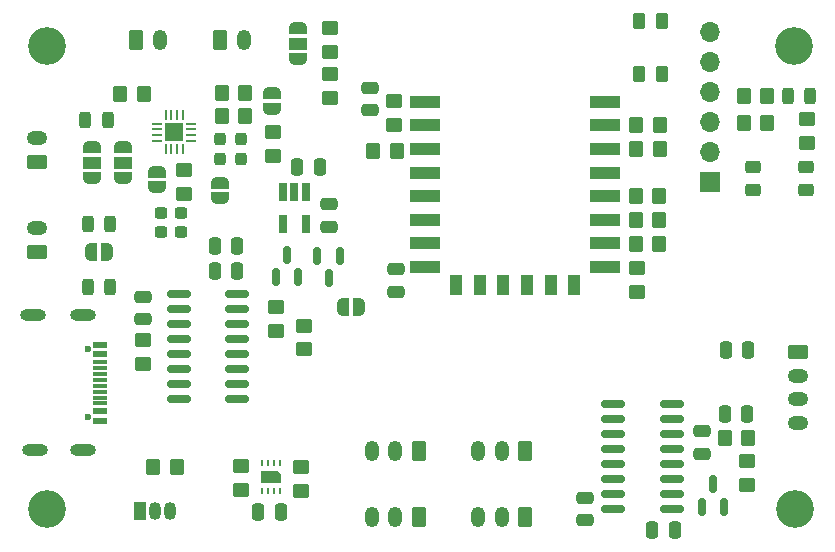
<source format=gbr>
%TF.GenerationSoftware,KiCad,Pcbnew,7.0.1*%
%TF.CreationDate,2023-11-07T22:06:08+01:00*%
%TF.ProjectId,GasWeighter,47617357-6569-4676-9874-65722e6b6963,rev?*%
%TF.SameCoordinates,Original*%
%TF.FileFunction,Soldermask,Top*%
%TF.FilePolarity,Negative*%
%FSLAX46Y46*%
G04 Gerber Fmt 4.6, Leading zero omitted, Abs format (unit mm)*
G04 Created by KiCad (PCBNEW 7.0.1) date 2023-11-07 22:06:08*
%MOMM*%
%LPD*%
G01*
G04 APERTURE LIST*
G04 Aperture macros list*
%AMRoundRect*
0 Rectangle with rounded corners*
0 $1 Rounding radius*
0 $2 $3 $4 $5 $6 $7 $8 $9 X,Y pos of 4 corners*
0 Add a 4 corners polygon primitive as box body*
4,1,4,$2,$3,$4,$5,$6,$7,$8,$9,$2,$3,0*
0 Add four circle primitives for the rounded corners*
1,1,$1+$1,$2,$3*
1,1,$1+$1,$4,$5*
1,1,$1+$1,$6,$7*
1,1,$1+$1,$8,$9*
0 Add four rect primitives between the rounded corners*
20,1,$1+$1,$2,$3,$4,$5,0*
20,1,$1+$1,$4,$5,$6,$7,0*
20,1,$1+$1,$6,$7,$8,$9,0*
20,1,$1+$1,$8,$9,$2,$3,0*%
%AMFreePoly0*
4,1,19,0.000000,0.744911,0.071157,0.744911,0.207708,0.704816,0.327430,0.627875,0.420627,0.520320,0.479746,0.390866,0.500000,0.250000,0.500000,-0.250000,0.479746,-0.390866,0.420627,-0.520320,0.327430,-0.627875,0.207708,-0.704816,0.071157,-0.744911,0.000000,-0.744911,0.000000,-0.750000,-0.500000,-0.750000,-0.500000,0.750000,0.000000,0.750000,0.000000,0.744911,0.000000,0.744911,
$1*%
%AMFreePoly1*
4,1,19,0.500000,-0.750000,0.000000,-0.750000,0.000000,-0.744911,-0.071157,-0.744911,-0.207708,-0.704816,-0.327430,-0.627875,-0.420627,-0.520320,-0.479746,-0.390866,-0.500000,-0.250000,-0.500000,0.250000,-0.479746,0.390866,-0.420627,0.520320,-0.327430,0.627875,-0.207708,0.704816,-0.071157,0.744911,0.000000,0.744911,0.000000,0.750000,0.500000,0.750000,0.500000,-0.750000,0.500000,-0.750000,
$1*%
%AMFreePoly2*
4,1,19,0.000000,0.744911,0.071157,0.744911,0.207708,0.704816,0.327430,0.627875,0.420627,0.520320,0.479746,0.390866,0.500000,0.250000,0.500000,-0.250000,0.479746,-0.390866,0.420627,-0.520320,0.327430,-0.627875,0.207708,-0.704816,0.071157,-0.744911,0.000000,-0.744911,0.000000,-0.750000,-0.550000,-0.750000,-0.550000,0.750000,0.000000,0.750000,0.000000,0.744911,0.000000,0.744911,
$1*%
%AMFreePoly3*
4,1,19,0.550000,-0.750000,0.000000,-0.750000,0.000000,-0.744911,-0.071157,-0.744911,-0.207708,-0.704816,-0.327430,-0.627875,-0.420627,-0.520320,-0.479746,-0.390866,-0.500000,-0.250000,-0.500000,0.250000,-0.479746,0.390866,-0.420627,0.520320,-0.327430,0.627875,-0.207708,0.704816,-0.071157,0.744911,0.000000,0.744911,0.000000,0.750000,0.550000,0.750000,0.550000,-0.750000,0.550000,-0.750000,
$1*%
%AMFreePoly4*
4,1,6,0.500000,-0.850000,-0.500000,-0.850000,-0.500000,0.550000,-0.200000,0.850000,0.500000,0.850000,0.500000,-0.850000,0.500000,-0.850000,$1*%
G04 Aperture macros list end*
%ADD10RoundRect,0.250000X0.625000X-0.350000X0.625000X0.350000X-0.625000X0.350000X-0.625000X-0.350000X0*%
%ADD11O,1.750000X1.200000*%
%ADD12O,2.200000X1.000000*%
%ADD13R,1.160000X0.600000*%
%ADD14R,1.160000X0.300000*%
%ADD15C,0.600000*%
%ADD16RoundRect,0.250000X-0.250000X-0.475000X0.250000X-0.475000X0.250000X0.475000X-0.250000X0.475000X0*%
%ADD17RoundRect,0.237500X0.237500X-0.300000X0.237500X0.300000X-0.237500X0.300000X-0.237500X-0.300000X0*%
%ADD18C,3.200000*%
%ADD19O,1.200000X1.750000*%
%ADD20RoundRect,0.250000X-0.350000X-0.625000X0.350000X-0.625000X0.350000X0.625000X-0.350000X0.625000X0*%
%ADD21FreePoly0,180.000000*%
%ADD22FreePoly1,180.000000*%
%ADD23RoundRect,0.250000X0.475000X-0.250000X0.475000X0.250000X-0.475000X0.250000X-0.475000X-0.250000X0*%
%ADD24RoundRect,0.250000X0.350000X0.450000X-0.350000X0.450000X-0.350000X-0.450000X0.350000X-0.450000X0*%
%ADD25RoundRect,0.250000X0.450000X-0.350000X0.450000X0.350000X-0.450000X0.350000X-0.450000X-0.350000X0*%
%ADD26RoundRect,0.250000X0.350000X0.625000X-0.350000X0.625000X-0.350000X-0.625000X0.350000X-0.625000X0*%
%ADD27FreePoly2,270.000000*%
%ADD28R,1.500000X1.000000*%
%ADD29FreePoly3,270.000000*%
%ADD30RoundRect,0.150000X-0.150000X0.587500X-0.150000X-0.587500X0.150000X-0.587500X0.150000X0.587500X0*%
%ADD31RoundRect,0.243750X0.243750X0.456250X-0.243750X0.456250X-0.243750X-0.456250X0.243750X-0.456250X0*%
%ADD32RoundRect,0.250000X0.250000X0.475000X-0.250000X0.475000X-0.250000X-0.475000X0.250000X-0.475000X0*%
%ADD33RoundRect,0.250000X-0.450000X0.350000X-0.450000X-0.350000X0.450000X-0.350000X0.450000X0.350000X0*%
%ADD34FreePoly4,270.000000*%
%ADD35R,0.250000X0.550000*%
%ADD36RoundRect,0.150000X0.850000X0.150000X-0.850000X0.150000X-0.850000X-0.150000X0.850000X-0.150000X0*%
%ADD37RoundRect,0.275000X-0.400000X-0.275000X0.400000X-0.275000X0.400000X0.275000X-0.400000X0.275000X0*%
%ADD38RoundRect,0.250000X-0.350000X-0.450000X0.350000X-0.450000X0.350000X0.450000X-0.350000X0.450000X0*%
%ADD39R,1.600000X1.600000*%
%ADD40RoundRect,0.062500X-0.375000X0.062500X-0.375000X-0.062500X0.375000X-0.062500X0.375000X0.062500X0*%
%ADD41RoundRect,0.062500X-0.062500X0.375000X-0.062500X-0.375000X0.062500X-0.375000X0.062500X0.375000X0*%
%ADD42RoundRect,0.150000X-0.825000X-0.150000X0.825000X-0.150000X0.825000X0.150000X-0.825000X0.150000X0*%
%ADD43RoundRect,0.237500X-0.300000X-0.237500X0.300000X-0.237500X0.300000X0.237500X-0.300000X0.237500X0*%
%ADD44FreePoly0,90.000000*%
%ADD45FreePoly1,90.000000*%
%ADD46RoundRect,0.150000X0.150000X-0.587500X0.150000X0.587500X-0.150000X0.587500X-0.150000X-0.587500X0*%
%ADD47R,0.650000X1.560000*%
%ADD48O,1.700000X1.700000*%
%ADD49R,1.700000X1.700000*%
%ADD50R,1.050000X1.500000*%
%ADD51O,1.050000X1.500000*%
%ADD52FreePoly0,270.000000*%
%ADD53FreePoly1,270.000000*%
%ADD54R,2.500000X1.000000*%
%ADD55R,1.000000X1.800000*%
%ADD56RoundRect,0.250000X-0.475000X0.250000X-0.475000X-0.250000X0.475000X-0.250000X0.475000X0.250000X0*%
%ADD57RoundRect,0.250000X-0.625000X0.350000X-0.625000X-0.350000X0.625000X-0.350000X0.625000X0.350000X0*%
%ADD58FreePoly2,90.000000*%
%ADD59FreePoly3,90.000000*%
%ADD60RoundRect,0.275000X0.275000X-0.400000X0.275000X0.400000X-0.275000X0.400000X-0.275000X-0.400000X0*%
G04 APERTURE END LIST*
D10*
%TO.C,J2*%
X101550000Y-62350000D03*
D11*
X101550000Y-60350000D03*
%TD*%
D12*
%TO.C,P1*%
X101425000Y-86774981D03*
X105492692Y-86765000D03*
X101217000Y-75335000D03*
X105492692Y-75317635D03*
D13*
X106935000Y-77850000D03*
X106935000Y-78650000D03*
D14*
X106935000Y-79300000D03*
X106935000Y-80300000D03*
X106935000Y-81800000D03*
X106935000Y-82800000D03*
D13*
X106935000Y-83450000D03*
X106935000Y-84250000D03*
X106935000Y-84250000D03*
X106935000Y-83450000D03*
D14*
X106935000Y-82300000D03*
X106935000Y-81300000D03*
X106935000Y-80800000D03*
X106935000Y-79800000D03*
D13*
X106935000Y-78650000D03*
X106935000Y-77850000D03*
D15*
X105875000Y-83940000D03*
X105875000Y-78160000D03*
%TD*%
D16*
%TO.C,C13*%
X161792500Y-78287500D03*
X159892500Y-78287500D03*
%TD*%
D17*
%TO.C,C8*%
X117100000Y-60387500D03*
X117100000Y-62112500D03*
%TD*%
D18*
%TO.C,H1*%
X102400000Y-52550000D03*
%TD*%
D19*
%TO.C,J12*%
X119050000Y-52000000D03*
D20*
X117050000Y-52000000D03*
%TD*%
D21*
%TO.C,JP5*%
X106150000Y-70000000D03*
D22*
X107450000Y-70000000D03*
%TD*%
D23*
%TO.C,C2*%
X129750000Y-56050000D03*
X129750000Y-57950000D03*
%TD*%
D24*
%TO.C,R6*%
X152250000Y-65200000D03*
X154250000Y-65200000D03*
%TD*%
D25*
%TO.C,R16*%
X166750000Y-58750000D03*
X166750000Y-60750000D03*
%TD*%
D19*
%TO.C,J9*%
X138900000Y-92450000D03*
X140900000Y-92450000D03*
D26*
X142900000Y-92450000D03*
%TD*%
D27*
%TO.C,JP2*%
X123650000Y-53650000D03*
D28*
X123650000Y-52350000D03*
D29*
X123650000Y-51050000D03*
%TD*%
D27*
%TO.C,JP3*%
X108850000Y-63700000D03*
D28*
X108850000Y-62400000D03*
D29*
X108850000Y-61100000D03*
%TD*%
D24*
%TO.C,R21*%
X117200000Y-58500000D03*
X119200000Y-58500000D03*
%TD*%
D30*
%TO.C,Q1*%
X126250000Y-72187500D03*
X125300000Y-70312500D03*
X127200000Y-70312500D03*
%TD*%
D31*
%TO.C,D1*%
X165112500Y-56800000D03*
X166987500Y-56800000D03*
%TD*%
D32*
%TO.C,C9*%
X123600000Y-62750000D03*
X125500000Y-62750000D03*
%TD*%
D33*
%TO.C,R5*%
X131800000Y-59200000D03*
X131800000Y-57200000D03*
%TD*%
D34*
%TO.C,U4*%
X121400000Y-89050000D03*
D35*
X122150000Y-90225000D03*
X121650000Y-90225000D03*
X121150000Y-90225000D03*
X120650000Y-90225000D03*
X120650000Y-87875000D03*
X121150000Y-87875000D03*
X121650000Y-87875000D03*
X122150000Y-87875000D03*
%TD*%
D19*
%TO.C,J7*%
X138900000Y-86800000D03*
X140900000Y-86800000D03*
D26*
X142900000Y-86800000D03*
%TD*%
D33*
%TO.C,R13*%
X123950000Y-90200000D03*
X123950000Y-88200000D03*
%TD*%
D36*
%TO.C,U7*%
X150342500Y-91732500D03*
X150342500Y-90462500D03*
X150342500Y-89192500D03*
X150342500Y-87922500D03*
X150342500Y-86652500D03*
X150342500Y-85382500D03*
X150342500Y-84112500D03*
X150342500Y-82842500D03*
X155342500Y-82842500D03*
X155342500Y-84112500D03*
X155342500Y-85382500D03*
X155342500Y-86652500D03*
X155342500Y-87922500D03*
X155342500Y-89192500D03*
X155342500Y-90462500D03*
X155342500Y-91732500D03*
%TD*%
D31*
%TO.C,D4*%
X105862500Y-67600000D03*
X107737500Y-67600000D03*
%TD*%
D33*
%TO.C,R18*%
X126400000Y-56900000D03*
X126400000Y-54900000D03*
%TD*%
D37*
%TO.C,SW2*%
X166700000Y-64700000D03*
X162200000Y-64700000D03*
X166700000Y-62800000D03*
X162200000Y-62800000D03*
%TD*%
D38*
%TO.C,R4*%
X130050000Y-61450000D03*
X132050000Y-61450000D03*
%TD*%
D32*
%TO.C,C4*%
X116600000Y-71600000D03*
X118500000Y-71600000D03*
%TD*%
D23*
%TO.C,C10*%
X126300000Y-65950000D03*
X126300000Y-67850000D03*
%TD*%
D38*
%TO.C,R10*%
X111400000Y-88150000D03*
X113400000Y-88150000D03*
%TD*%
D21*
%TO.C,JP1*%
X127500000Y-74600000D03*
D22*
X128800000Y-74600000D03*
%TD*%
D39*
%TO.C,U6*%
X113200000Y-59850000D03*
D40*
X114637500Y-59100000D03*
X114637500Y-59600000D03*
X114637500Y-60100000D03*
X114637500Y-60600000D03*
D41*
X113950000Y-61287500D03*
X113450000Y-61287500D03*
X112950000Y-61287500D03*
X112450000Y-61287500D03*
D40*
X111762500Y-60600000D03*
X111762500Y-60100000D03*
X111762500Y-59600000D03*
X111762500Y-59100000D03*
D41*
X112450000Y-58412500D03*
X112950000Y-58412500D03*
X113450000Y-58412500D03*
X113950000Y-58412500D03*
%TD*%
D18*
%TO.C,H3*%
X165750000Y-91750000D03*
%TD*%
D33*
%TO.C,R20*%
X114000000Y-65050000D03*
X114000000Y-63050000D03*
%TD*%
D23*
%TO.C,C1*%
X110500000Y-73750000D03*
X110500000Y-75650000D03*
%TD*%
D42*
%TO.C,U1*%
X118525000Y-73505000D03*
X118525000Y-74775000D03*
X118525000Y-76045000D03*
X118525000Y-77315000D03*
X118525000Y-78585000D03*
X118525000Y-79855000D03*
X118525000Y-81125000D03*
X118525000Y-82395000D03*
X113575000Y-82395000D03*
X113575000Y-81125000D03*
X113575000Y-79855000D03*
X113575000Y-78585000D03*
X113575000Y-77315000D03*
X113575000Y-76045000D03*
X113575000Y-74775000D03*
X113575000Y-73505000D03*
%TD*%
D43*
%TO.C,C12*%
X113762500Y-68250000D03*
X112037500Y-68250000D03*
%TD*%
D44*
%TO.C,JP6*%
X117100000Y-64100000D03*
D45*
X117100000Y-65400000D03*
%TD*%
D46*
%TO.C,Q2*%
X122750000Y-70250000D03*
X123700000Y-72125000D03*
X121800000Y-72125000D03*
%TD*%
D43*
%TO.C,C11*%
X113762500Y-66700000D03*
X112037500Y-66700000D03*
%TD*%
D18*
%TO.C,H2*%
X102371320Y-91700000D03*
%TD*%
D38*
%TO.C,R11*%
X154300000Y-59250000D03*
X152300000Y-59250000D03*
%TD*%
%TO.C,R22*%
X110600000Y-56600000D03*
X108600000Y-56600000D03*
%TD*%
D18*
%TO.C,H4*%
X165700000Y-52500000D03*
%TD*%
D31*
%TO.C,D3*%
X105662500Y-58800000D03*
X107537500Y-58800000D03*
%TD*%
D47*
%TO.C,U5*%
X124300000Y-67600000D03*
X122400000Y-67600000D03*
X122400000Y-64900000D03*
X123350000Y-64900000D03*
X124300000Y-64900000D03*
%TD*%
D38*
%TO.C,R26*%
X161792500Y-85737500D03*
X159792500Y-85737500D03*
%TD*%
D16*
%TO.C,C6*%
X122200000Y-92000000D03*
X120300000Y-92000000D03*
%TD*%
D25*
%TO.C,R1*%
X110500000Y-77450000D03*
X110500000Y-79450000D03*
%TD*%
%TO.C,R7*%
X152400000Y-71350000D03*
X152400000Y-73350000D03*
%TD*%
D48*
%TO.C,J11*%
X158550000Y-51350000D03*
X158550000Y-53890000D03*
X158550000Y-56430000D03*
X158550000Y-58970000D03*
X158550000Y-61510000D03*
D49*
X158550000Y-64050000D03*
%TD*%
D31*
%TO.C,D2*%
X105912500Y-72950000D03*
X107787500Y-72950000D03*
%TD*%
D50*
%TO.C,U2*%
X110300000Y-91900000D03*
D51*
X111570000Y-91900000D03*
X112840000Y-91900000D03*
%TD*%
D24*
%TO.C,R2*%
X152250000Y-67250000D03*
X154250000Y-67250000D03*
%TD*%
D46*
%TO.C,Q3*%
X158792500Y-89650000D03*
X159742500Y-91525000D03*
X157842500Y-91525000D03*
%TD*%
D33*
%TO.C,R14*%
X118850000Y-90100000D03*
X118850000Y-88100000D03*
%TD*%
D19*
%TO.C,J6*%
X129900000Y-86800000D03*
X131900000Y-86800000D03*
D26*
X133900000Y-86800000D03*
%TD*%
D19*
%TO.C,J1*%
X111950000Y-52000000D03*
D20*
X109950000Y-52000000D03*
%TD*%
D32*
%TO.C,C3*%
X116600000Y-69500000D03*
X118500000Y-69500000D03*
%TD*%
D33*
%TO.C,R17*%
X126400000Y-53050000D03*
X126400000Y-51050000D03*
%TD*%
D52*
%TO.C,JP7*%
X111700000Y-64500000D03*
D53*
X111700000Y-63200000D03*
%TD*%
D33*
%TO.C,R24*%
X121550000Y-61850000D03*
X121550000Y-59850000D03*
%TD*%
%TO.C,R9*%
X121800000Y-76650000D03*
X121800000Y-74650000D03*
%TD*%
D24*
%TO.C,R15*%
X161400000Y-56800000D03*
X163400000Y-56800000D03*
%TD*%
D38*
%TO.C,R12*%
X154300000Y-61250000D03*
X152300000Y-61250000D03*
%TD*%
D16*
%TO.C,C16*%
X155542500Y-93537500D03*
X153642500Y-93537500D03*
%TD*%
D24*
%TO.C,R3*%
X152250000Y-69300000D03*
X154250000Y-69300000D03*
%TD*%
D54*
%TO.C,U3*%
X149650000Y-57250000D03*
X149650000Y-59250000D03*
X149650000Y-61250000D03*
X149650000Y-63250000D03*
X149650000Y-65250000D03*
X149650000Y-67250000D03*
X149650000Y-69250000D03*
X149650000Y-71250000D03*
D55*
X147050000Y-72750000D03*
X145050000Y-72750000D03*
X143050000Y-72750000D03*
X141050000Y-72750000D03*
X139050000Y-72750000D03*
X137050000Y-72750000D03*
D54*
X134450000Y-71250000D03*
X134450000Y-69250000D03*
X134450000Y-67250000D03*
X134450000Y-65250000D03*
X134450000Y-63250000D03*
X134450000Y-61250000D03*
X134450000Y-59250000D03*
X134450000Y-57250000D03*
%TD*%
D23*
%TO.C,C5*%
X131950000Y-71450000D03*
X131950000Y-73350000D03*
%TD*%
D17*
%TO.C,C7*%
X118800000Y-60387500D03*
X118800000Y-62112500D03*
%TD*%
D56*
%TO.C,C15*%
X157892500Y-87037500D03*
X157892500Y-85137500D03*
%TD*%
D23*
%TO.C,C17*%
X147942500Y-90787500D03*
X147942500Y-92687500D03*
%TD*%
D33*
%TO.C,R25*%
X161692500Y-89687500D03*
X161692500Y-87687500D03*
%TD*%
D44*
%TO.C,JP8*%
X121500000Y-56550000D03*
D45*
X121500000Y-57850000D03*
%TD*%
D25*
%TO.C,R8*%
X124200000Y-76200000D03*
X124200000Y-78200000D03*
%TD*%
D11*
%TO.C,J10*%
X165992500Y-84437500D03*
X165992500Y-82437500D03*
X165992500Y-80437500D03*
D57*
X165992500Y-78437500D03*
%TD*%
D58*
%TO.C,JP4*%
X106250000Y-61100000D03*
D28*
X106250000Y-62400000D03*
D59*
X106250000Y-63700000D03*
%TD*%
D38*
%TO.C,R23*%
X119200000Y-56500000D03*
X117200000Y-56500000D03*
%TD*%
D10*
%TO.C,J3*%
X101550000Y-69950000D03*
D11*
X101550000Y-67950000D03*
%TD*%
D24*
%TO.C,R19*%
X161400000Y-59050000D03*
X163400000Y-59050000D03*
%TD*%
D32*
%TO.C,C14*%
X159792500Y-83687500D03*
X161692500Y-83687500D03*
%TD*%
D60*
%TO.C,SW1*%
X154450000Y-50400000D03*
X154450000Y-54900000D03*
X152550000Y-50400000D03*
X152550000Y-54900000D03*
%TD*%
D26*
%TO.C,J8*%
X133900000Y-92450000D03*
D19*
X131900000Y-92450000D03*
X129900000Y-92450000D03*
%TD*%
M02*

</source>
